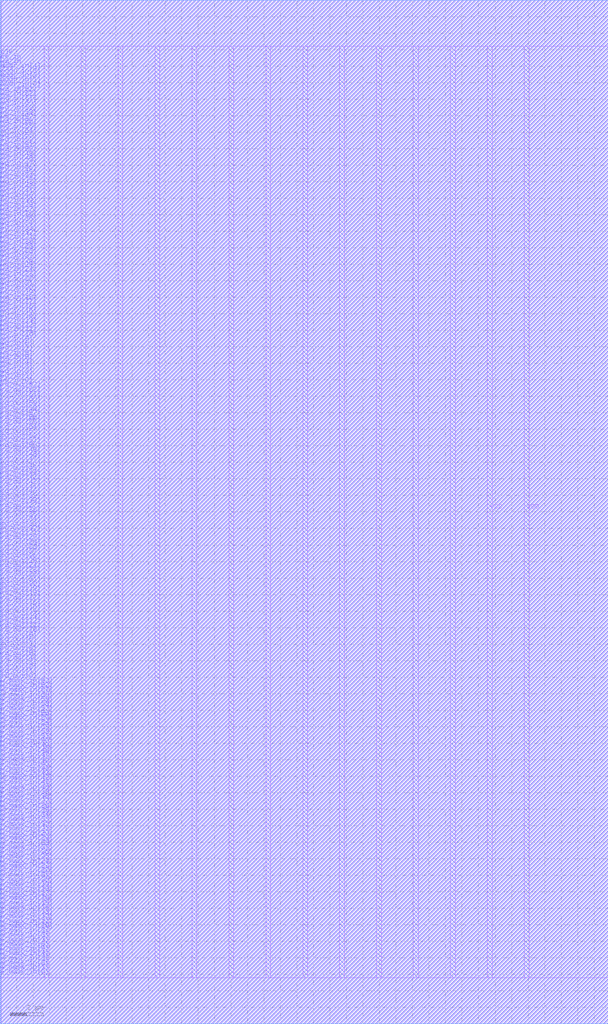
<source format=lef>
VERSION 5.7 ;
BUSBITCHARS "[]" ;
MACRO fakeram45_32x64_upper
  FOREIGN fakeram45_32x64_upper 0 0 ;
  SYMMETRY X Y R90 ;
  SIZE 36.860 BY 62.000 ;
  CLASS BLOCK ;
  PIN w_mask_in[0]
    DIRECTION INPUT ;
    USE SIGNAL ;
    SHAPE ABUTMENT ;
    PORT
      LAYER M18 ;
      RECT 0.000 2.800 0.070 2.870 ;
    END
  END w_mask_in[0]
  PIN w_mask_in[1]
    DIRECTION INPUT ;
    USE SIGNAL ;
    SHAPE ABUTMENT ;
    PORT
      LAYER M18 ;
      RECT 0.000 3.080 0.070 3.150 ;
    END
  END w_mask_in[1]
  PIN w_mask_in[2]
    DIRECTION INPUT ;
    USE SIGNAL ;
    SHAPE ABUTMENT ;
    PORT
      LAYER M18 ;
      RECT 0.000 3.360 0.070 3.430 ;
    END
  END w_mask_in[2]
  PIN w_mask_in[3]
    DIRECTION INPUT ;
    USE SIGNAL ;
    SHAPE ABUTMENT ;
    PORT
      LAYER M18 ;
      RECT 0.000 3.640 0.070 3.710 ;
    END
  END w_mask_in[3]
  PIN w_mask_in[4]
    DIRECTION INPUT ;
    USE SIGNAL ;
    SHAPE ABUTMENT ;
    PORT
      LAYER M18 ;
      RECT 0.000 3.920 0.070 3.990 ;
    END
  END w_mask_in[4]
  PIN w_mask_in[5]
    DIRECTION INPUT ;
    USE SIGNAL ;
    SHAPE ABUTMENT ;
    PORT
      LAYER M18 ;
      RECT 0.000 4.200 0.070 4.270 ;
    END
  END w_mask_in[5]
  PIN w_mask_in[6]
    DIRECTION INPUT ;
    USE SIGNAL ;
    SHAPE ABUTMENT ;
    PORT
      LAYER M18 ;
      RECT 0.000 4.480 0.070 4.550 ;
    END
  END w_mask_in[6]
  PIN w_mask_in[7]
    DIRECTION INPUT ;
    USE SIGNAL ;
    SHAPE ABUTMENT ;
    PORT
      LAYER M18 ;
      RECT 0.000 4.760 0.070 4.830 ;
    END
  END w_mask_in[7]
  PIN w_mask_in[8]
    DIRECTION INPUT ;
    USE SIGNAL ;
    SHAPE ABUTMENT ;
    PORT
      LAYER M18 ;
      RECT 0.000 5.040 0.070 5.110 ;
    END
  END w_mask_in[8]
  PIN w_mask_in[9]
    DIRECTION INPUT ;
    USE SIGNAL ;
    SHAPE ABUTMENT ;
    PORT
      LAYER M18 ;
      RECT 0.000 5.320 0.070 5.390 ;
    END
  END w_mask_in[9]
  PIN w_mask_in[10]
    DIRECTION INPUT ;
    USE SIGNAL ;
    SHAPE ABUTMENT ;
    PORT
      LAYER M18 ;
      RECT 0.000 5.600 0.070 5.670 ;
    END
  END w_mask_in[10]
  PIN w_mask_in[11]
    DIRECTION INPUT ;
    USE SIGNAL ;
    SHAPE ABUTMENT ;
    PORT
      LAYER M18 ;
      RECT 0.000 5.880 0.070 5.950 ;
    END
  END w_mask_in[11]
  PIN w_mask_in[12]
    DIRECTION INPUT ;
    USE SIGNAL ;
    SHAPE ABUTMENT ;
    PORT
      LAYER M18 ;
      RECT 0.000 6.160 0.070 6.230 ;
    END
  END w_mask_in[12]
  PIN w_mask_in[13]
    DIRECTION INPUT ;
    USE SIGNAL ;
    SHAPE ABUTMENT ;
    PORT
      LAYER M18 ;
      RECT 0.000 6.440 0.070 6.510 ;
    END
  END w_mask_in[13]
  PIN w_mask_in[14]
    DIRECTION INPUT ;
    USE SIGNAL ;
    SHAPE ABUTMENT ;
    PORT
      LAYER M18 ;
      RECT 0.000 6.720 0.070 6.790 ;
    END
  END w_mask_in[14]
  PIN w_mask_in[15]
    DIRECTION INPUT ;
    USE SIGNAL ;
    SHAPE ABUTMENT ;
    PORT
      LAYER M18 ;
      RECT 0.000 7.000 0.070 7.070 ;
    END
  END w_mask_in[15]
  PIN w_mask_in[16]
    DIRECTION INPUT ;
    USE SIGNAL ;
    SHAPE ABUTMENT ;
    PORT
      LAYER M18 ;
      RECT 0.000 7.280 0.070 7.350 ;
    END
  END w_mask_in[16]
  PIN w_mask_in[17]
    DIRECTION INPUT ;
    USE SIGNAL ;
    SHAPE ABUTMENT ;
    PORT
      LAYER M18 ;
      RECT 0.000 7.560 0.070 7.630 ;
    END
  END w_mask_in[17]
  PIN w_mask_in[18]
    DIRECTION INPUT ;
    USE SIGNAL ;
    SHAPE ABUTMENT ;
    PORT
      LAYER M18 ;
      RECT 0.000 7.840 0.070 7.910 ;
    END
  END w_mask_in[18]
  PIN w_mask_in[19]
    DIRECTION INPUT ;
    USE SIGNAL ;
    SHAPE ABUTMENT ;
    PORT
      LAYER M18 ;
      RECT 0.000 8.120 0.070 8.190 ;
    END
  END w_mask_in[19]
  PIN w_mask_in[20]
    DIRECTION INPUT ;
    USE SIGNAL ;
    SHAPE ABUTMENT ;
    PORT
      LAYER M18 ;
      RECT 0.000 8.400 0.070 8.470 ;
    END
  END w_mask_in[20]
  PIN w_mask_in[21]
    DIRECTION INPUT ;
    USE SIGNAL ;
    SHAPE ABUTMENT ;
    PORT
      LAYER M18 ;
      RECT 0.000 8.680 0.070 8.750 ;
    END
  END w_mask_in[21]
  PIN w_mask_in[22]
    DIRECTION INPUT ;
    USE SIGNAL ;
    SHAPE ABUTMENT ;
    PORT
      LAYER M18 ;
      RECT 0.000 8.960 0.070 9.030 ;
    END
  END w_mask_in[22]
  PIN w_mask_in[23]
    DIRECTION INPUT ;
    USE SIGNAL ;
    SHAPE ABUTMENT ;
    PORT
      LAYER M18 ;
      RECT 0.000 9.240 0.070 9.310 ;
    END
  END w_mask_in[23]
  PIN w_mask_in[24]
    DIRECTION INPUT ;
    USE SIGNAL ;
    SHAPE ABUTMENT ;
    PORT
      LAYER M18 ;
      RECT 0.000 9.520 0.070 9.590 ;
    END
  END w_mask_in[24]
  PIN w_mask_in[25]
    DIRECTION INPUT ;
    USE SIGNAL ;
    SHAPE ABUTMENT ;
    PORT
      LAYER M18 ;
      RECT 0.000 9.800 0.070 9.870 ;
    END
  END w_mask_in[25]
  PIN w_mask_in[26]
    DIRECTION INPUT ;
    USE SIGNAL ;
    SHAPE ABUTMENT ;
    PORT
      LAYER M18 ;
      RECT 0.000 10.080 0.070 10.150 ;
    END
  END w_mask_in[26]
  PIN w_mask_in[27]
    DIRECTION INPUT ;
    USE SIGNAL ;
    SHAPE ABUTMENT ;
    PORT
      LAYER M18 ;
      RECT 0.000 10.360 0.070 10.430 ;
    END
  END w_mask_in[27]
  PIN w_mask_in[28]
    DIRECTION INPUT ;
    USE SIGNAL ;
    SHAPE ABUTMENT ;
    PORT
      LAYER M18 ;
      RECT 0.000 10.640 0.070 10.710 ;
    END
  END w_mask_in[28]
  PIN w_mask_in[29]
    DIRECTION INPUT ;
    USE SIGNAL ;
    SHAPE ABUTMENT ;
    PORT
      LAYER M18 ;
      RECT 0.000 10.920 0.070 10.990 ;
    END
  END w_mask_in[29]
  PIN w_mask_in[30]
    DIRECTION INPUT ;
    USE SIGNAL ;
    SHAPE ABUTMENT ;
    PORT
      LAYER M18 ;
      RECT 0.000 11.200 0.070 11.270 ;
    END
  END w_mask_in[30]
  PIN w_mask_in[31]
    DIRECTION INPUT ;
    USE SIGNAL ;
    SHAPE ABUTMENT ;
    PORT
      LAYER M18 ;
      RECT 0.000 11.480 0.070 11.550 ;
    END
  END w_mask_in[31]
  PIN w_mask_in[32]
    DIRECTION INPUT ;
    USE SIGNAL ;
    SHAPE ABUTMENT ;
    PORT
      LAYER M18 ;
      RECT 0.000 11.760 0.070 11.830 ;
    END
  END w_mask_in[32]
  PIN w_mask_in[33]
    DIRECTION INPUT ;
    USE SIGNAL ;
    SHAPE ABUTMENT ;
    PORT
      LAYER M18 ;
      RECT 0.000 12.040 0.070 12.110 ;
    END
  END w_mask_in[33]
  PIN w_mask_in[34]
    DIRECTION INPUT ;
    USE SIGNAL ;
    SHAPE ABUTMENT ;
    PORT
      LAYER M18 ;
      RECT 0.000 12.320 0.070 12.390 ;
    END
  END w_mask_in[34]
  PIN w_mask_in[35]
    DIRECTION INPUT ;
    USE SIGNAL ;
    SHAPE ABUTMENT ;
    PORT
      LAYER M18 ;
      RECT 0.000 12.600 0.070 12.670 ;
    END
  END w_mask_in[35]
  PIN w_mask_in[36]
    DIRECTION INPUT ;
    USE SIGNAL ;
    SHAPE ABUTMENT ;
    PORT
      LAYER M18 ;
      RECT 0.000 12.880 0.070 12.950 ;
    END
  END w_mask_in[36]
  PIN w_mask_in[37]
    DIRECTION INPUT ;
    USE SIGNAL ;
    SHAPE ABUTMENT ;
    PORT
      LAYER M18 ;
      RECT 0.000 13.160 0.070 13.230 ;
    END
  END w_mask_in[37]
  PIN w_mask_in[38]
    DIRECTION INPUT ;
    USE SIGNAL ;
    SHAPE ABUTMENT ;
    PORT
      LAYER M18 ;
      RECT 0.000 13.440 0.070 13.510 ;
    END
  END w_mask_in[38]
  PIN w_mask_in[39]
    DIRECTION INPUT ;
    USE SIGNAL ;
    SHAPE ABUTMENT ;
    PORT
      LAYER M18 ;
      RECT 0.000 13.720 0.070 13.790 ;
    END
  END w_mask_in[39]
  PIN w_mask_in[40]
    DIRECTION INPUT ;
    USE SIGNAL ;
    SHAPE ABUTMENT ;
    PORT
      LAYER M18 ;
      RECT 0.000 14.000 0.070 14.070 ;
    END
  END w_mask_in[40]
  PIN w_mask_in[41]
    DIRECTION INPUT ;
    USE SIGNAL ;
    SHAPE ABUTMENT ;
    PORT
      LAYER M18 ;
      RECT 0.000 14.280 0.070 14.350 ;
    END
  END w_mask_in[41]
  PIN w_mask_in[42]
    DIRECTION INPUT ;
    USE SIGNAL ;
    SHAPE ABUTMENT ;
    PORT
      LAYER M18 ;
      RECT 0.000 14.560 0.070 14.630 ;
    END
  END w_mask_in[42]
  PIN w_mask_in[43]
    DIRECTION INPUT ;
    USE SIGNAL ;
    SHAPE ABUTMENT ;
    PORT
      LAYER M18 ;
      RECT 0.000 14.840 0.070 14.910 ;
    END
  END w_mask_in[43]
  PIN w_mask_in[44]
    DIRECTION INPUT ;
    USE SIGNAL ;
    SHAPE ABUTMENT ;
    PORT
      LAYER M18 ;
      RECT 0.000 15.120 0.070 15.190 ;
    END
  END w_mask_in[44]
  PIN w_mask_in[45]
    DIRECTION INPUT ;
    USE SIGNAL ;
    SHAPE ABUTMENT ;
    PORT
      LAYER M18 ;
      RECT 0.000 15.400 0.070 15.470 ;
    END
  END w_mask_in[45]
  PIN w_mask_in[46]
    DIRECTION INPUT ;
    USE SIGNAL ;
    SHAPE ABUTMENT ;
    PORT
      LAYER M18 ;
      RECT 0.000 15.680 0.070 15.750 ;
    END
  END w_mask_in[46]
  PIN w_mask_in[47]
    DIRECTION INPUT ;
    USE SIGNAL ;
    SHAPE ABUTMENT ;
    PORT
      LAYER M18 ;
      RECT 0.000 15.960 0.070 16.030 ;
    END
  END w_mask_in[47]
  PIN w_mask_in[48]
    DIRECTION INPUT ;
    USE SIGNAL ;
    SHAPE ABUTMENT ;
    PORT
      LAYER M18 ;
      RECT 0.000 16.240 0.070 16.310 ;
    END
  END w_mask_in[48]
  PIN w_mask_in[49]
    DIRECTION INPUT ;
    USE SIGNAL ;
    SHAPE ABUTMENT ;
    PORT
      LAYER M18 ;
      RECT 0.000 16.520 0.070 16.590 ;
    END
  END w_mask_in[49]
  PIN w_mask_in[50]
    DIRECTION INPUT ;
    USE SIGNAL ;
    SHAPE ABUTMENT ;
    PORT
      LAYER M18 ;
      RECT 0.000 16.800 0.070 16.870 ;
    END
  END w_mask_in[50]
  PIN w_mask_in[51]
    DIRECTION INPUT ;
    USE SIGNAL ;
    SHAPE ABUTMENT ;
    PORT
      LAYER M18 ;
      RECT 0.000 17.080 0.070 17.150 ;
    END
  END w_mask_in[51]
  PIN w_mask_in[52]
    DIRECTION INPUT ;
    USE SIGNAL ;
    SHAPE ABUTMENT ;
    PORT
      LAYER M18 ;
      RECT 0.000 17.360 0.070 17.430 ;
    END
  END w_mask_in[52]
  PIN w_mask_in[53]
    DIRECTION INPUT ;
    USE SIGNAL ;
    SHAPE ABUTMENT ;
    PORT
      LAYER M18 ;
      RECT 0.000 17.640 0.070 17.710 ;
    END
  END w_mask_in[53]
  PIN w_mask_in[54]
    DIRECTION INPUT ;
    USE SIGNAL ;
    SHAPE ABUTMENT ;
    PORT
      LAYER M18 ;
      RECT 0.000 17.920 0.070 17.990 ;
    END
  END w_mask_in[54]
  PIN w_mask_in[55]
    DIRECTION INPUT ;
    USE SIGNAL ;
    SHAPE ABUTMENT ;
    PORT
      LAYER M18 ;
      RECT 0.000 18.200 0.070 18.270 ;
    END
  END w_mask_in[55]
  PIN w_mask_in[56]
    DIRECTION INPUT ;
    USE SIGNAL ;
    SHAPE ABUTMENT ;
    PORT
      LAYER M18 ;
      RECT 0.000 18.480 0.070 18.550 ;
    END
  END w_mask_in[56]
  PIN w_mask_in[57]
    DIRECTION INPUT ;
    USE SIGNAL ;
    SHAPE ABUTMENT ;
    PORT
      LAYER M18 ;
      RECT 0.000 18.760 0.070 18.830 ;
    END
  END w_mask_in[57]
  PIN w_mask_in[58]
    DIRECTION INPUT ;
    USE SIGNAL ;
    SHAPE ABUTMENT ;
    PORT
      LAYER M18 ;
      RECT 0.000 19.040 0.070 19.110 ;
    END
  END w_mask_in[58]
  PIN w_mask_in[59]
    DIRECTION INPUT ;
    USE SIGNAL ;
    SHAPE ABUTMENT ;
    PORT
      LAYER M18 ;
      RECT 0.000 19.320 0.070 19.390 ;
    END
  END w_mask_in[59]
  PIN w_mask_in[60]
    DIRECTION INPUT ;
    USE SIGNAL ;
    SHAPE ABUTMENT ;
    PORT
      LAYER M18 ;
      RECT 0.000 19.600 0.070 19.670 ;
    END
  END w_mask_in[60]
  PIN w_mask_in[61]
    DIRECTION INPUT ;
    USE SIGNAL ;
    SHAPE ABUTMENT ;
    PORT
      LAYER M18 ;
      RECT 0.000 19.880 0.070 19.950 ;
    END
  END w_mask_in[61]
  PIN w_mask_in[62]
    DIRECTION INPUT ;
    USE SIGNAL ;
    SHAPE ABUTMENT ;
    PORT
      LAYER M18 ;
      RECT 0.000 20.160 0.070 20.230 ;
    END
  END w_mask_in[62]
  PIN w_mask_in[63]
    DIRECTION INPUT ;
    USE SIGNAL ;
    SHAPE ABUTMENT ;
    PORT
      LAYER M18 ;
      RECT 0.000 20.440 0.070 20.510 ;
    END
  END w_mask_in[63]
  PIN rd_out[0]
    DIRECTION OUTPUT ;
    USE SIGNAL ;
    SHAPE ABUTMENT ;
    PORT
      LAYER M18 ;
      RECT 0.000 20.720 0.070 20.790 ;
    END
  END rd_out[0]
  PIN rd_out[1]
    DIRECTION OUTPUT ;
    USE SIGNAL ;
    SHAPE ABUTMENT ;
    PORT
      LAYER M18 ;
      RECT 0.000 21.000 0.070 21.070 ;
    END
  END rd_out[1]
  PIN rd_out[2]
    DIRECTION OUTPUT ;
    USE SIGNAL ;
    SHAPE ABUTMENT ;
    PORT
      LAYER M18 ;
      RECT 0.000 21.280 0.070 21.350 ;
    END
  END rd_out[2]
  PIN rd_out[3]
    DIRECTION OUTPUT ;
    USE SIGNAL ;
    SHAPE ABUTMENT ;
    PORT
      LAYER M18 ;
      RECT 0.000 21.560 0.070 21.630 ;
    END
  END rd_out[3]
  PIN rd_out[4]
    DIRECTION OUTPUT ;
    USE SIGNAL ;
    SHAPE ABUTMENT ;
    PORT
      LAYER M18 ;
      RECT 0.000 21.840 0.070 21.910 ;
    END
  END rd_out[4]
  PIN rd_out[5]
    DIRECTION OUTPUT ;
    USE SIGNAL ;
    SHAPE ABUTMENT ;
    PORT
      LAYER M18 ;
      RECT 0.000 22.120 0.070 22.190 ;
    END
  END rd_out[5]
  PIN rd_out[6]
    DIRECTION OUTPUT ;
    USE SIGNAL ;
    SHAPE ABUTMENT ;
    PORT
      LAYER M18 ;
      RECT 0.000 22.400 0.070 22.470 ;
    END
  END rd_out[6]
  PIN rd_out[7]
    DIRECTION OUTPUT ;
    USE SIGNAL ;
    SHAPE ABUTMENT ;
    PORT
      LAYER M18 ;
      RECT 0.000 22.680 0.070 22.750 ;
    END
  END rd_out[7]
  PIN rd_out[8]
    DIRECTION OUTPUT ;
    USE SIGNAL ;
    SHAPE ABUTMENT ;
    PORT
      LAYER M18 ;
      RECT 0.000 22.960 0.070 23.030 ;
    END
  END rd_out[8]
  PIN rd_out[9]
    DIRECTION OUTPUT ;
    USE SIGNAL ;
    SHAPE ABUTMENT ;
    PORT
      LAYER M18 ;
      RECT 0.000 23.240 0.070 23.310 ;
    END
  END rd_out[9]
  PIN rd_out[10]
    DIRECTION OUTPUT ;
    USE SIGNAL ;
    SHAPE ABUTMENT ;
    PORT
      LAYER M18 ;
      RECT 0.000 23.520 0.070 23.590 ;
    END
  END rd_out[10]
  PIN rd_out[11]
    DIRECTION OUTPUT ;
    USE SIGNAL ;
    SHAPE ABUTMENT ;
    PORT
      LAYER M18 ;
      RECT 0.000 23.800 0.070 23.870 ;
    END
  END rd_out[11]
  PIN rd_out[12]
    DIRECTION OUTPUT ;
    USE SIGNAL ;
    SHAPE ABUTMENT ;
    PORT
      LAYER M18 ;
      RECT 0.000 24.080 0.070 24.150 ;
    END
  END rd_out[12]
  PIN rd_out[13]
    DIRECTION OUTPUT ;
    USE SIGNAL ;
    SHAPE ABUTMENT ;
    PORT
      LAYER M18 ;
      RECT 0.000 24.360 0.070 24.430 ;
    END
  END rd_out[13]
  PIN rd_out[14]
    DIRECTION OUTPUT ;
    USE SIGNAL ;
    SHAPE ABUTMENT ;
    PORT
      LAYER M18 ;
      RECT 0.000 24.640 0.070 24.710 ;
    END
  END rd_out[14]
  PIN rd_out[15]
    DIRECTION OUTPUT ;
    USE SIGNAL ;
    SHAPE ABUTMENT ;
    PORT
      LAYER M18 ;
      RECT 0.000 24.920 0.070 24.990 ;
    END
  END rd_out[15]
  PIN rd_out[16]
    DIRECTION OUTPUT ;
    USE SIGNAL ;
    SHAPE ABUTMENT ;
    PORT
      LAYER M18 ;
      RECT 0.000 25.200 0.070 25.270 ;
    END
  END rd_out[16]
  PIN rd_out[17]
    DIRECTION OUTPUT ;
    USE SIGNAL ;
    SHAPE ABUTMENT ;
    PORT
      LAYER M18 ;
      RECT 0.000 25.480 0.070 25.550 ;
    END
  END rd_out[17]
  PIN rd_out[18]
    DIRECTION OUTPUT ;
    USE SIGNAL ;
    SHAPE ABUTMENT ;
    PORT
      LAYER M18 ;
      RECT 0.000 25.760 0.070 25.830 ;
    END
  END rd_out[18]
  PIN rd_out[19]
    DIRECTION OUTPUT ;
    USE SIGNAL ;
    SHAPE ABUTMENT ;
    PORT
      LAYER M18 ;
      RECT 0.000 26.040 0.070 26.110 ;
    END
  END rd_out[19]
  PIN rd_out[20]
    DIRECTION OUTPUT ;
    USE SIGNAL ;
    SHAPE ABUTMENT ;
    PORT
      LAYER M18 ;
      RECT 0.000 26.320 0.070 26.390 ;
    END
  END rd_out[20]
  PIN rd_out[21]
    DIRECTION OUTPUT ;
    USE SIGNAL ;
    SHAPE ABUTMENT ;
    PORT
      LAYER M18 ;
      RECT 0.000 26.600 0.070 26.670 ;
    END
  END rd_out[21]
  PIN rd_out[22]
    DIRECTION OUTPUT ;
    USE SIGNAL ;
    SHAPE ABUTMENT ;
    PORT
      LAYER M18 ;
      RECT 0.000 26.880 0.070 26.950 ;
    END
  END rd_out[22]
  PIN rd_out[23]
    DIRECTION OUTPUT ;
    USE SIGNAL ;
    SHAPE ABUTMENT ;
    PORT
      LAYER M18 ;
      RECT 0.000 27.160 0.070 27.230 ;
    END
  END rd_out[23]
  PIN rd_out[24]
    DIRECTION OUTPUT ;
    USE SIGNAL ;
    SHAPE ABUTMENT ;
    PORT
      LAYER M18 ;
      RECT 0.000 27.440 0.070 27.510 ;
    END
  END rd_out[24]
  PIN rd_out[25]
    DIRECTION OUTPUT ;
    USE SIGNAL ;
    SHAPE ABUTMENT ;
    PORT
      LAYER M18 ;
      RECT 0.000 27.720 0.070 27.790 ;
    END
  END rd_out[25]
  PIN rd_out[26]
    DIRECTION OUTPUT ;
    USE SIGNAL ;
    SHAPE ABUTMENT ;
    PORT
      LAYER M18 ;
      RECT 0.000 28.000 0.070 28.070 ;
    END
  END rd_out[26]
  PIN rd_out[27]
    DIRECTION OUTPUT ;
    USE SIGNAL ;
    SHAPE ABUTMENT ;
    PORT
      LAYER M18 ;
      RECT 0.000 28.280 0.070 28.350 ;
    END
  END rd_out[27]
  PIN rd_out[28]
    DIRECTION OUTPUT ;
    USE SIGNAL ;
    SHAPE ABUTMENT ;
    PORT
      LAYER M18 ;
      RECT 0.000 28.560 0.070 28.630 ;
    END
  END rd_out[28]
  PIN rd_out[29]
    DIRECTION OUTPUT ;
    USE SIGNAL ;
    SHAPE ABUTMENT ;
    PORT
      LAYER M18 ;
      RECT 0.000 28.840 0.070 28.910 ;
    END
  END rd_out[29]
  PIN rd_out[30]
    DIRECTION OUTPUT ;
    USE SIGNAL ;
    SHAPE ABUTMENT ;
    PORT
      LAYER M18 ;
      RECT 0.000 29.120 0.070 29.190 ;
    END
  END rd_out[30]
  PIN rd_out[31]
    DIRECTION OUTPUT ;
    USE SIGNAL ;
    SHAPE ABUTMENT ;
    PORT
      LAYER M18 ;
      RECT 0.000 29.400 0.070 29.470 ;
    END
  END rd_out[31]
  PIN rd_out[32]
    DIRECTION OUTPUT ;
    USE SIGNAL ;
    SHAPE ABUTMENT ;
    PORT
      LAYER M18 ;
      RECT 0.000 29.680 0.070 29.750 ;
    END
  END rd_out[32]
  PIN rd_out[33]
    DIRECTION OUTPUT ;
    USE SIGNAL ;
    SHAPE ABUTMENT ;
    PORT
      LAYER M18 ;
      RECT 0.000 29.960 0.070 30.030 ;
    END
  END rd_out[33]
  PIN rd_out[34]
    DIRECTION OUTPUT ;
    USE SIGNAL ;
    SHAPE ABUTMENT ;
    PORT
      LAYER M18 ;
      RECT 0.000 30.240 0.070 30.310 ;
    END
  END rd_out[34]
  PIN rd_out[35]
    DIRECTION OUTPUT ;
    USE SIGNAL ;
    SHAPE ABUTMENT ;
    PORT
      LAYER M18 ;
      RECT 0.000 30.520 0.070 30.590 ;
    END
  END rd_out[35]
  PIN rd_out[36]
    DIRECTION OUTPUT ;
    USE SIGNAL ;
    SHAPE ABUTMENT ;
    PORT
      LAYER M18 ;
      RECT 0.000 30.800 0.070 30.870 ;
    END
  END rd_out[36]
  PIN rd_out[37]
    DIRECTION OUTPUT ;
    USE SIGNAL ;
    SHAPE ABUTMENT ;
    PORT
      LAYER M18 ;
      RECT 0.000 31.080 0.070 31.150 ;
    END
  END rd_out[37]
  PIN rd_out[38]
    DIRECTION OUTPUT ;
    USE SIGNAL ;
    SHAPE ABUTMENT ;
    PORT
      LAYER M18 ;
      RECT 0.000 31.360 0.070 31.430 ;
    END
  END rd_out[38]
  PIN rd_out[39]
    DIRECTION OUTPUT ;
    USE SIGNAL ;
    SHAPE ABUTMENT ;
    PORT
      LAYER M18 ;
      RECT 0.000 31.640 0.070 31.710 ;
    END
  END rd_out[39]
  PIN rd_out[40]
    DIRECTION OUTPUT ;
    USE SIGNAL ;
    SHAPE ABUTMENT ;
    PORT
      LAYER M18 ;
      RECT 0.000 31.920 0.070 31.990 ;
    END
  END rd_out[40]
  PIN rd_out[41]
    DIRECTION OUTPUT ;
    USE SIGNAL ;
    SHAPE ABUTMENT ;
    PORT
      LAYER M18 ;
      RECT 0.000 32.200 0.070 32.270 ;
    END
  END rd_out[41]
  PIN rd_out[42]
    DIRECTION OUTPUT ;
    USE SIGNAL ;
    SHAPE ABUTMENT ;
    PORT
      LAYER M18 ;
      RECT 0.000 32.480 0.070 32.550 ;
    END
  END rd_out[42]
  PIN rd_out[43]
    DIRECTION OUTPUT ;
    USE SIGNAL ;
    SHAPE ABUTMENT ;
    PORT
      LAYER M18 ;
      RECT 0.000 32.760 0.070 32.830 ;
    END
  END rd_out[43]
  PIN rd_out[44]
    DIRECTION OUTPUT ;
    USE SIGNAL ;
    SHAPE ABUTMENT ;
    PORT
      LAYER M18 ;
      RECT 0.000 33.040 0.070 33.110 ;
    END
  END rd_out[44]
  PIN rd_out[45]
    DIRECTION OUTPUT ;
    USE SIGNAL ;
    SHAPE ABUTMENT ;
    PORT
      LAYER M18 ;
      RECT 0.000 33.320 0.070 33.390 ;
    END
  END rd_out[45]
  PIN rd_out[46]
    DIRECTION OUTPUT ;
    USE SIGNAL ;
    SHAPE ABUTMENT ;
    PORT
      LAYER M18 ;
      RECT 0.000 33.600 0.070 33.670 ;
    END
  END rd_out[46]
  PIN rd_out[47]
    DIRECTION OUTPUT ;
    USE SIGNAL ;
    SHAPE ABUTMENT ;
    PORT
      LAYER M18 ;
      RECT 0.000 33.880 0.070 33.950 ;
    END
  END rd_out[47]
  PIN rd_out[48]
    DIRECTION OUTPUT ;
    USE SIGNAL ;
    SHAPE ABUTMENT ;
    PORT
      LAYER M18 ;
      RECT 0.000 34.160 0.070 34.230 ;
    END
  END rd_out[48]
  PIN rd_out[49]
    DIRECTION OUTPUT ;
    USE SIGNAL ;
    SHAPE ABUTMENT ;
    PORT
      LAYER M18 ;
      RECT 0.000 34.440 0.070 34.510 ;
    END
  END rd_out[49]
  PIN rd_out[50]
    DIRECTION OUTPUT ;
    USE SIGNAL ;
    SHAPE ABUTMENT ;
    PORT
      LAYER M18 ;
      RECT 0.000 34.720 0.070 34.790 ;
    END
  END rd_out[50]
  PIN rd_out[51]
    DIRECTION OUTPUT ;
    USE SIGNAL ;
    SHAPE ABUTMENT ;
    PORT
      LAYER M18 ;
      RECT 0.000 35.000 0.070 35.070 ;
    END
  END rd_out[51]
  PIN rd_out[52]
    DIRECTION OUTPUT ;
    USE SIGNAL ;
    SHAPE ABUTMENT ;
    PORT
      LAYER M18 ;
      RECT 0.000 35.280 0.070 35.350 ;
    END
  END rd_out[52]
  PIN rd_out[53]
    DIRECTION OUTPUT ;
    USE SIGNAL ;
    SHAPE ABUTMENT ;
    PORT
      LAYER M18 ;
      RECT 0.000 35.560 0.070 35.630 ;
    END
  END rd_out[53]
  PIN rd_out[54]
    DIRECTION OUTPUT ;
    USE SIGNAL ;
    SHAPE ABUTMENT ;
    PORT
      LAYER M18 ;
      RECT 0.000 35.840 0.070 35.910 ;
    END
  END rd_out[54]
  PIN rd_out[55]
    DIRECTION OUTPUT ;
    USE SIGNAL ;
    SHAPE ABUTMENT ;
    PORT
      LAYER M18 ;
      RECT 0.000 36.120 0.070 36.190 ;
    END
  END rd_out[55]
  PIN rd_out[56]
    DIRECTION OUTPUT ;
    USE SIGNAL ;
    SHAPE ABUTMENT ;
    PORT
      LAYER M18 ;
      RECT 0.000 36.400 0.070 36.470 ;
    END
  END rd_out[56]
  PIN rd_out[57]
    DIRECTION OUTPUT ;
    USE SIGNAL ;
    SHAPE ABUTMENT ;
    PORT
      LAYER M18 ;
      RECT 0.000 36.680 0.070 36.750 ;
    END
  END rd_out[57]
  PIN rd_out[58]
    DIRECTION OUTPUT ;
    USE SIGNAL ;
    SHAPE ABUTMENT ;
    PORT
      LAYER M18 ;
      RECT 0.000 36.960 0.070 37.030 ;
    END
  END rd_out[58]
  PIN rd_out[59]
    DIRECTION OUTPUT ;
    USE SIGNAL ;
    SHAPE ABUTMENT ;
    PORT
      LAYER M18 ;
      RECT 0.000 37.240 0.070 37.310 ;
    END
  END rd_out[59]
  PIN rd_out[60]
    DIRECTION OUTPUT ;
    USE SIGNAL ;
    SHAPE ABUTMENT ;
    PORT
      LAYER M18 ;
      RECT 0.000 37.520 0.070 37.590 ;
    END
  END rd_out[60]
  PIN rd_out[61]
    DIRECTION OUTPUT ;
    USE SIGNAL ;
    SHAPE ABUTMENT ;
    PORT
      LAYER M18 ;
      RECT 0.000 37.800 0.070 37.870 ;
    END
  END rd_out[61]
  PIN rd_out[62]
    DIRECTION OUTPUT ;
    USE SIGNAL ;
    SHAPE ABUTMENT ;
    PORT
      LAYER M18 ;
      RECT 0.000 38.080 0.070 38.150 ;
    END
  END rd_out[62]
  PIN rd_out[63]
    DIRECTION OUTPUT ;
    USE SIGNAL ;
    SHAPE ABUTMENT ;
    PORT
      LAYER M18 ;
      RECT 0.000 38.360 0.070 38.430 ;
    END
  END rd_out[63]
  PIN wd_in[0]
    DIRECTION INPUT ;
    USE SIGNAL ;
    SHAPE ABUTMENT ;
    PORT
      LAYER M18 ;
      RECT 0.000 38.640 0.070 38.710 ;
    END
  END wd_in[0]
  PIN wd_in[1]
    DIRECTION INPUT ;
    USE SIGNAL ;
    SHAPE ABUTMENT ;
    PORT
      LAYER M18 ;
      RECT 0.000 38.920 0.070 38.990 ;
    END
  END wd_in[1]
  PIN wd_in[2]
    DIRECTION INPUT ;
    USE SIGNAL ;
    SHAPE ABUTMENT ;
    PORT
      LAYER M18 ;
      RECT 0.000 39.200 0.070 39.270 ;
    END
  END wd_in[2]
  PIN wd_in[3]
    DIRECTION INPUT ;
    USE SIGNAL ;
    SHAPE ABUTMENT ;
    PORT
      LAYER M18 ;
      RECT 0.000 39.480 0.070 39.550 ;
    END
  END wd_in[3]
  PIN wd_in[4]
    DIRECTION INPUT ;
    USE SIGNAL ;
    SHAPE ABUTMENT ;
    PORT
      LAYER M18 ;
      RECT 0.000 39.760 0.070 39.830 ;
    END
  END wd_in[4]
  PIN wd_in[5]
    DIRECTION INPUT ;
    USE SIGNAL ;
    SHAPE ABUTMENT ;
    PORT
      LAYER M18 ;
      RECT 0.000 40.040 0.070 40.110 ;
    END
  END wd_in[5]
  PIN wd_in[6]
    DIRECTION INPUT ;
    USE SIGNAL ;
    SHAPE ABUTMENT ;
    PORT
      LAYER M18 ;
      RECT 0.000 40.320 0.070 40.390 ;
    END
  END wd_in[6]
  PIN wd_in[7]
    DIRECTION INPUT ;
    USE SIGNAL ;
    SHAPE ABUTMENT ;
    PORT
      LAYER M18 ;
      RECT 0.000 40.600 0.070 40.670 ;
    END
  END wd_in[7]
  PIN wd_in[8]
    DIRECTION INPUT ;
    USE SIGNAL ;
    SHAPE ABUTMENT ;
    PORT
      LAYER M18 ;
      RECT 0.000 40.880 0.070 40.950 ;
    END
  END wd_in[8]
  PIN wd_in[9]
    DIRECTION INPUT ;
    USE SIGNAL ;
    SHAPE ABUTMENT ;
    PORT
      LAYER M18 ;
      RECT 0.000 41.160 0.070 41.230 ;
    END
  END wd_in[9]
  PIN wd_in[10]
    DIRECTION INPUT ;
    USE SIGNAL ;
    SHAPE ABUTMENT ;
    PORT
      LAYER M18 ;
      RECT 0.000 41.440 0.070 41.510 ;
    END
  END wd_in[10]
  PIN wd_in[11]
    DIRECTION INPUT ;
    USE SIGNAL ;
    SHAPE ABUTMENT ;
    PORT
      LAYER M18 ;
      RECT 0.000 41.720 0.070 41.790 ;
    END
  END wd_in[11]
  PIN wd_in[12]
    DIRECTION INPUT ;
    USE SIGNAL ;
    SHAPE ABUTMENT ;
    PORT
      LAYER M18 ;
      RECT 0.000 42.000 0.070 42.070 ;
    END
  END wd_in[12]
  PIN wd_in[13]
    DIRECTION INPUT ;
    USE SIGNAL ;
    SHAPE ABUTMENT ;
    PORT
      LAYER M18 ;
      RECT 0.000 42.280 0.070 42.350 ;
    END
  END wd_in[13]
  PIN wd_in[14]
    DIRECTION INPUT ;
    USE SIGNAL ;
    SHAPE ABUTMENT ;
    PORT
      LAYER M18 ;
      RECT 0.000 42.560 0.070 42.630 ;
    END
  END wd_in[14]
  PIN wd_in[15]
    DIRECTION INPUT ;
    USE SIGNAL ;
    SHAPE ABUTMENT ;
    PORT
      LAYER M18 ;
      RECT 0.000 42.840 0.070 42.910 ;
    END
  END wd_in[15]
  PIN wd_in[16]
    DIRECTION INPUT ;
    USE SIGNAL ;
    SHAPE ABUTMENT ;
    PORT
      LAYER M18 ;
      RECT 0.000 43.120 0.070 43.190 ;
    END
  END wd_in[16]
  PIN wd_in[17]
    DIRECTION INPUT ;
    USE SIGNAL ;
    SHAPE ABUTMENT ;
    PORT
      LAYER M18 ;
      RECT 0.000 43.400 0.070 43.470 ;
    END
  END wd_in[17]
  PIN wd_in[18]
    DIRECTION INPUT ;
    USE SIGNAL ;
    SHAPE ABUTMENT ;
    PORT
      LAYER M18 ;
      RECT 0.000 43.680 0.070 43.750 ;
    END
  END wd_in[18]
  PIN wd_in[19]
    DIRECTION INPUT ;
    USE SIGNAL ;
    SHAPE ABUTMENT ;
    PORT
      LAYER M18 ;
      RECT 0.000 43.960 0.070 44.030 ;
    END
  END wd_in[19]
  PIN wd_in[20]
    DIRECTION INPUT ;
    USE SIGNAL ;
    SHAPE ABUTMENT ;
    PORT
      LAYER M18 ;
      RECT 0.000 44.240 0.070 44.310 ;
    END
  END wd_in[20]
  PIN wd_in[21]
    DIRECTION INPUT ;
    USE SIGNAL ;
    SHAPE ABUTMENT ;
    PORT
      LAYER M18 ;
      RECT 0.000 44.520 0.070 44.590 ;
    END
  END wd_in[21]
  PIN wd_in[22]
    DIRECTION INPUT ;
    USE SIGNAL ;
    SHAPE ABUTMENT ;
    PORT
      LAYER M18 ;
      RECT 0.000 44.800 0.070 44.870 ;
    END
  END wd_in[22]
  PIN wd_in[23]
    DIRECTION INPUT ;
    USE SIGNAL ;
    SHAPE ABUTMENT ;
    PORT
      LAYER M18 ;
      RECT 0.000 45.080 0.070 45.150 ;
    END
  END wd_in[23]
  PIN wd_in[24]
    DIRECTION INPUT ;
    USE SIGNAL ;
    SHAPE ABUTMENT ;
    PORT
      LAYER M18 ;
      RECT 0.000 45.360 0.070 45.430 ;
    END
  END wd_in[24]
  PIN wd_in[25]
    DIRECTION INPUT ;
    USE SIGNAL ;
    SHAPE ABUTMENT ;
    PORT
      LAYER M18 ;
      RECT 0.000 45.640 0.070 45.710 ;
    END
  END wd_in[25]
  PIN wd_in[26]
    DIRECTION INPUT ;
    USE SIGNAL ;
    SHAPE ABUTMENT ;
    PORT
      LAYER M18 ;
      RECT 0.000 45.920 0.070 45.990 ;
    END
  END wd_in[26]
  PIN wd_in[27]
    DIRECTION INPUT ;
    USE SIGNAL ;
    SHAPE ABUTMENT ;
    PORT
      LAYER M18 ;
      RECT 0.000 46.200 0.070 46.270 ;
    END
  END wd_in[27]
  PIN wd_in[28]
    DIRECTION INPUT ;
    USE SIGNAL ;
    SHAPE ABUTMENT ;
    PORT
      LAYER M18 ;
      RECT 0.000 46.480 0.070 46.550 ;
    END
  END wd_in[28]
  PIN wd_in[29]
    DIRECTION INPUT ;
    USE SIGNAL ;
    SHAPE ABUTMENT ;
    PORT
      LAYER M18 ;
      RECT 0.000 46.760 0.070 46.830 ;
    END
  END wd_in[29]
  PIN wd_in[30]
    DIRECTION INPUT ;
    USE SIGNAL ;
    SHAPE ABUTMENT ;
    PORT
      LAYER M18 ;
      RECT 0.000 47.040 0.070 47.110 ;
    END
  END wd_in[30]
  PIN wd_in[31]
    DIRECTION INPUT ;
    USE SIGNAL ;
    SHAPE ABUTMENT ;
    PORT
      LAYER M18 ;
      RECT 0.000 47.320 0.070 47.390 ;
    END
  END wd_in[31]
  PIN wd_in[32]
    DIRECTION INPUT ;
    USE SIGNAL ;
    SHAPE ABUTMENT ;
    PORT
      LAYER M18 ;
      RECT 0.000 47.600 0.070 47.670 ;
    END
  END wd_in[32]
  PIN wd_in[33]
    DIRECTION INPUT ;
    USE SIGNAL ;
    SHAPE ABUTMENT ;
    PORT
      LAYER M18 ;
      RECT 0.000 47.880 0.070 47.950 ;
    END
  END wd_in[33]
  PIN wd_in[34]
    DIRECTION INPUT ;
    USE SIGNAL ;
    SHAPE ABUTMENT ;
    PORT
      LAYER M18 ;
      RECT 0.000 48.160 0.070 48.230 ;
    END
  END wd_in[34]
  PIN wd_in[35]
    DIRECTION INPUT ;
    USE SIGNAL ;
    SHAPE ABUTMENT ;
    PORT
      LAYER M18 ;
      RECT 0.000 48.440 0.070 48.510 ;
    END
  END wd_in[35]
  PIN wd_in[36]
    DIRECTION INPUT ;
    USE SIGNAL ;
    SHAPE ABUTMENT ;
    PORT
      LAYER M18 ;
      RECT 0.000 48.720 0.070 48.790 ;
    END
  END wd_in[36]
  PIN wd_in[37]
    DIRECTION INPUT ;
    USE SIGNAL ;
    SHAPE ABUTMENT ;
    PORT
      LAYER M18 ;
      RECT 0.000 49.000 0.070 49.070 ;
    END
  END wd_in[37]
  PIN wd_in[38]
    DIRECTION INPUT ;
    USE SIGNAL ;
    SHAPE ABUTMENT ;
    PORT
      LAYER M18 ;
      RECT 0.000 49.280 0.070 49.350 ;
    END
  END wd_in[38]
  PIN wd_in[39]
    DIRECTION INPUT ;
    USE SIGNAL ;
    SHAPE ABUTMENT ;
    PORT
      LAYER M18 ;
      RECT 0.000 49.560 0.070 49.630 ;
    END
  END wd_in[39]
  PIN wd_in[40]
    DIRECTION INPUT ;
    USE SIGNAL ;
    SHAPE ABUTMENT ;
    PORT
      LAYER M18 ;
      RECT 0.000 49.840 0.070 49.910 ;
    END
  END wd_in[40]
  PIN wd_in[41]
    DIRECTION INPUT ;
    USE SIGNAL ;
    SHAPE ABUTMENT ;
    PORT
      LAYER M18 ;
      RECT 0.000 50.120 0.070 50.190 ;
    END
  END wd_in[41]
  PIN wd_in[42]
    DIRECTION INPUT ;
    USE SIGNAL ;
    SHAPE ABUTMENT ;
    PORT
      LAYER M18 ;
      RECT 0.000 50.400 0.070 50.470 ;
    END
  END wd_in[42]
  PIN wd_in[43]
    DIRECTION INPUT ;
    USE SIGNAL ;
    SHAPE ABUTMENT ;
    PORT
      LAYER M18 ;
      RECT 0.000 50.680 0.070 50.750 ;
    END
  END wd_in[43]
  PIN wd_in[44]
    DIRECTION INPUT ;
    USE SIGNAL ;
    SHAPE ABUTMENT ;
    PORT
      LAYER M18 ;
      RECT 0.000 50.960 0.070 51.030 ;
    END
  END wd_in[44]
  PIN wd_in[45]
    DIRECTION INPUT ;
    USE SIGNAL ;
    SHAPE ABUTMENT ;
    PORT
      LAYER M18 ;
      RECT 0.000 51.240 0.070 51.310 ;
    END
  END wd_in[45]
  PIN wd_in[46]
    DIRECTION INPUT ;
    USE SIGNAL ;
    SHAPE ABUTMENT ;
    PORT
      LAYER M18 ;
      RECT 0.000 51.520 0.070 51.590 ;
    END
  END wd_in[46]
  PIN wd_in[47]
    DIRECTION INPUT ;
    USE SIGNAL ;
    SHAPE ABUTMENT ;
    PORT
      LAYER M18 ;
      RECT 0.000 51.800 0.070 51.870 ;
    END
  END wd_in[47]
  PIN wd_in[48]
    DIRECTION INPUT ;
    USE SIGNAL ;
    SHAPE ABUTMENT ;
    PORT
      LAYER M18 ;
      RECT 0.000 52.080 0.070 52.150 ;
    END
  END wd_in[48]
  PIN wd_in[49]
    DIRECTION INPUT ;
    USE SIGNAL ;
    SHAPE ABUTMENT ;
    PORT
      LAYER M18 ;
      RECT 0.000 52.360 0.070 52.430 ;
    END
  END wd_in[49]
  PIN wd_in[50]
    DIRECTION INPUT ;
    USE SIGNAL ;
    SHAPE ABUTMENT ;
    PORT
      LAYER M18 ;
      RECT 0.000 52.640 0.070 52.710 ;
    END
  END wd_in[50]
  PIN wd_in[51]
    DIRECTION INPUT ;
    USE SIGNAL ;
    SHAPE ABUTMENT ;
    PORT
      LAYER M18 ;
      RECT 0.000 52.920 0.070 52.990 ;
    END
  END wd_in[51]
  PIN wd_in[52]
    DIRECTION INPUT ;
    USE SIGNAL ;
    SHAPE ABUTMENT ;
    PORT
      LAYER M18 ;
      RECT 0.000 53.200 0.070 53.270 ;
    END
  END wd_in[52]
  PIN wd_in[53]
    DIRECTION INPUT ;
    USE SIGNAL ;
    SHAPE ABUTMENT ;
    PORT
      LAYER M18 ;
      RECT 0.000 53.480 0.070 53.550 ;
    END
  END wd_in[53]
  PIN wd_in[54]
    DIRECTION INPUT ;
    USE SIGNAL ;
    SHAPE ABUTMENT ;
    PORT
      LAYER M18 ;
      RECT 0.000 53.760 0.070 53.830 ;
    END
  END wd_in[54]
  PIN wd_in[55]
    DIRECTION INPUT ;
    USE SIGNAL ;
    SHAPE ABUTMENT ;
    PORT
      LAYER M18 ;
      RECT 0.000 54.040 0.070 54.110 ;
    END
  END wd_in[55]
  PIN wd_in[56]
    DIRECTION INPUT ;
    USE SIGNAL ;
    SHAPE ABUTMENT ;
    PORT
      LAYER M18 ;
      RECT 0.000 54.320 0.070 54.390 ;
    END
  END wd_in[56]
  PIN wd_in[57]
    DIRECTION INPUT ;
    USE SIGNAL ;
    SHAPE ABUTMENT ;
    PORT
      LAYER M18 ;
      RECT 0.000 54.600 0.070 54.670 ;
    END
  END wd_in[57]
  PIN wd_in[58]
    DIRECTION INPUT ;
    USE SIGNAL ;
    SHAPE ABUTMENT ;
    PORT
      LAYER M18 ;
      RECT 0.000 54.880 0.070 54.950 ;
    END
  END wd_in[58]
  PIN wd_in[59]
    DIRECTION INPUT ;
    USE SIGNAL ;
    SHAPE ABUTMENT ;
    PORT
      LAYER M18 ;
      RECT 0.000 55.160 0.070 55.230 ;
    END
  END wd_in[59]
  PIN wd_in[60]
    DIRECTION INPUT ;
    USE SIGNAL ;
    SHAPE ABUTMENT ;
    PORT
      LAYER M18 ;
      RECT 0.000 55.440 0.070 55.510 ;
    END
  END wd_in[60]
  PIN wd_in[61]
    DIRECTION INPUT ;
    USE SIGNAL ;
    SHAPE ABUTMENT ;
    PORT
      LAYER M18 ;
      RECT 0.000 55.720 0.070 55.790 ;
    END
  END wd_in[61]
  PIN wd_in[62]
    DIRECTION INPUT ;
    USE SIGNAL ;
    SHAPE ABUTMENT ;
    PORT
      LAYER M18 ;
      RECT 0.000 56.000 0.070 56.070 ;
    END
  END wd_in[62]
  PIN wd_in[63]
    DIRECTION INPUT ;
    USE SIGNAL ;
    SHAPE ABUTMENT ;
    PORT
      LAYER M18 ;
      RECT 0.000 56.280 0.070 56.350 ;
    END
  END wd_in[63]
  PIN addr_in[0]
    DIRECTION INPUT ;
    USE SIGNAL ;
    SHAPE ABUTMENT ;
    PORT
      LAYER M18 ;
      RECT 0.000 56.560 0.070 56.630 ;
    END
  END addr_in[0]
  PIN addr_in[1]
    DIRECTION INPUT ;
    USE SIGNAL ;
    SHAPE ABUTMENT ;
    PORT
      LAYER M18 ;
      RECT 0.000 56.840 0.070 56.910 ;
    END
  END addr_in[1]
  PIN addr_in[2]
    DIRECTION INPUT ;
    USE SIGNAL ;
    SHAPE ABUTMENT ;
    PORT
      LAYER M18 ;
      RECT 0.000 57.120 0.070 57.190 ;
    END
  END addr_in[2]
  PIN addr_in[3]
    DIRECTION INPUT ;
    USE SIGNAL ;
    SHAPE ABUTMENT ;
    PORT
      LAYER M18 ;
      RECT 0.000 57.400 0.070 57.470 ;
    END
  END addr_in[3]
  PIN addr_in[4]
    DIRECTION INPUT ;
    USE SIGNAL ;
    SHAPE ABUTMENT ;
    PORT
      LAYER M18 ;
      RECT 0.000 57.680 0.070 57.750 ;
    END
  END addr_in[4]
  PIN we_in
    DIRECTION INPUT ;
    USE SIGNAL ;
    SHAPE ABUTMENT ;
    PORT
      LAYER M18 ;
      RECT 0.000 57.960 0.070 58.030 ;
    END
  END we_in
  PIN ce_in
    DIRECTION INPUT ;
    USE SIGNAL ;
    SHAPE ABUTMENT ;
    PORT
      LAYER M18 ;
      RECT 0.000 58.240 0.070 58.310 ;
    END
  END ce_in
  PIN clk
    DIRECTION INPUT ;
    USE SIGNAL ;
    SHAPE ABUTMENT ;
    PORT
      LAYER M18 ;
      RECT 0.000 58.520 0.070 58.590 ;
    END
  END clk
  PIN VSS
    DIRECTION INOUT ;
    USE GROUND ;
    PORT
      LAYER M17 ;
      RECT 2.660 2.800 2.940 59.200 ;
      RECT 7.140 2.800 7.420 59.200 ;
      RECT 11.620 2.800 11.900 59.200 ;
      RECT 16.100 2.800 16.380 59.200 ;
      RECT 20.580 2.800 20.860 59.200 ;
      RECT 25.060 2.800 25.340 59.200 ;
      RECT 29.540 2.800 29.820 59.200 ;
    END
  END VSS
  PIN VDD
    DIRECTION INOUT ;
    USE POWER ;
    PORT
      LAYER M17 ;
      RECT 4.900 2.800 5.180 59.200 ;
      RECT 9.380 2.800 9.660 59.200 ;
      RECT 13.860 2.800 14.140 59.200 ;
      RECT 18.340 2.800 18.620 59.200 ;
      RECT 22.820 2.800 23.100 59.200 ;
      RECT 27.300 2.800 27.580 59.200 ;
      RECT 31.780 2.800 32.060 59.200 ;
    END
  END VDD
  OBS
    LAYER M20 ;
    RECT 0 0 36.860 62.000 ;
    LAYER M19 ;
    RECT 0 0 36.860 62.000 ;
    LAYER M18 ;
    RECT 0.070 0 36.860 62.000 ;
    RECT 0 0.000 0.070 2.800 ;
    RECT 0 2.870 0.070 3.080 ;
    RECT 0 3.150 0.070 3.360 ;
    RECT 0 3.430 0.070 3.640 ;
    RECT 0 3.710 0.070 3.920 ;
    RECT 0 3.990 0.070 4.200 ;
    RECT 0 4.270 0.070 4.480 ;
    RECT 0 4.550 0.070 4.760 ;
    RECT 0 4.830 0.070 5.040 ;
    RECT 0 5.110 0.070 5.320 ;
    RECT 0 5.390 0.070 5.600 ;
    RECT 0 5.670 0.070 5.880 ;
    RECT 0 5.950 0.070 6.160 ;
    RECT 0 6.230 0.070 6.440 ;
    RECT 0 6.510 0.070 6.720 ;
    RECT 0 6.790 0.070 7.000 ;
    RECT 0 7.070 0.070 7.280 ;
    RECT 0 7.350 0.070 7.560 ;
    RECT 0 7.630 0.070 7.840 ;
    RECT 0 7.910 0.070 8.120 ;
    RECT 0 8.190 0.070 8.400 ;
    RECT 0 8.470 0.070 8.680 ;
    RECT 0 8.750 0.070 8.960 ;
    RECT 0 9.030 0.070 9.240 ;
    RECT 0 9.310 0.070 9.520 ;
    RECT 0 9.590 0.070 9.800 ;
    RECT 0 9.870 0.070 10.080 ;
    RECT 0 10.150 0.070 10.360 ;
    RECT 0 10.430 0.070 10.640 ;
    RECT 0 10.710 0.070 10.920 ;
    RECT 0 10.990 0.070 11.200 ;
    RECT 0 11.270 0.070 11.480 ;
    RECT 0 11.550 0.070 11.760 ;
    RECT 0 11.830 0.070 12.040 ;
    RECT 0 12.110 0.070 12.320 ;
    RECT 0 12.390 0.070 12.600 ;
    RECT 0 12.670 0.070 12.880 ;
    RECT 0 12.950 0.070 13.160 ;
    RECT 0 13.230 0.070 13.440 ;
    RECT 0 13.510 0.070 13.720 ;
    RECT 0 13.790 0.070 14.000 ;
    RECT 0 14.070 0.070 14.280 ;
    RECT 0 14.350 0.070 14.560 ;
    RECT 0 14.630 0.070 14.840 ;
    RECT 0 14.910 0.070 15.120 ;
    RECT 0 15.190 0.070 15.400 ;
    RECT 0 15.470 0.070 15.680 ;
    RECT 0 15.750 0.070 15.960 ;
    RECT 0 16.030 0.070 16.240 ;
    RECT 0 16.310 0.070 16.520 ;
    RECT 0 16.590 0.070 16.800 ;
    RECT 0 16.870 0.070 17.080 ;
    RECT 0 17.150 0.070 17.360 ;
    RECT 0 17.430 0.070 17.640 ;
    RECT 0 17.710 0.070 17.920 ;
    RECT 0 17.990 0.070 18.200 ;
    RECT 0 18.270 0.070 18.480 ;
    RECT 0 18.550 0.070 18.760 ;
    RECT 0 18.830 0.070 19.040 ;
    RECT 0 19.110 0.070 19.320 ;
    RECT 0 19.390 0.070 19.600 ;
    RECT 0 19.670 0.070 19.880 ;
    RECT 0 19.950 0.070 20.160 ;
    RECT 0 20.230 0.070 20.440 ;
    RECT 0 20.510 0.070 20.720 ;
    RECT 0 20.790 0.070 21.000 ;
    RECT 0 21.070 0.070 21.280 ;
    RECT 0 21.350 0.070 21.560 ;
    RECT 0 21.630 0.070 21.840 ;
    RECT 0 21.910 0.070 22.120 ;
    RECT 0 22.190 0.070 22.400 ;
    RECT 0 22.470 0.070 22.680 ;
    RECT 0 22.750 0.070 22.960 ;
    RECT 0 23.030 0.070 23.240 ;
    RECT 0 23.310 0.070 23.520 ;
    RECT 0 23.590 0.070 23.800 ;
    RECT 0 23.870 0.070 24.080 ;
    RECT 0 24.150 0.070 24.360 ;
    RECT 0 24.430 0.070 24.640 ;
    RECT 0 24.710 0.070 24.920 ;
    RECT 0 24.990 0.070 25.200 ;
    RECT 0 25.270 0.070 25.480 ;
    RECT 0 25.550 0.070 25.760 ;
    RECT 0 25.830 0.070 26.040 ;
    RECT 0 26.110 0.070 26.320 ;
    RECT 0 26.390 0.070 26.600 ;
    RECT 0 26.670 0.070 26.880 ;
    RECT 0 26.950 0.070 27.160 ;
    RECT 0 27.230 0.070 27.440 ;
    RECT 0 27.510 0.070 27.720 ;
    RECT 0 27.790 0.070 28.000 ;
    RECT 0 28.070 0.070 28.280 ;
    RECT 0 28.350 0.070 28.560 ;
    RECT 0 28.630 0.070 28.840 ;
    RECT 0 28.910 0.070 29.120 ;
    RECT 0 29.190 0.070 29.400 ;
    RECT 0 29.470 0.070 29.680 ;
    RECT 0 29.750 0.070 29.960 ;
    RECT 0 30.030 0.070 30.240 ;
    RECT 0 30.310 0.070 30.520 ;
    RECT 0 30.590 0.070 30.800 ;
    RECT 0 30.870 0.070 31.080 ;
    RECT 0 31.150 0.070 31.360 ;
    RECT 0 31.430 0.070 31.640 ;
    RECT 0 31.710 0.070 31.920 ;
    RECT 0 31.990 0.070 32.200 ;
    RECT 0 32.270 0.070 32.480 ;
    RECT 0 32.550 0.070 32.760 ;
    RECT 0 32.830 0.070 33.040 ;
    RECT 0 33.110 0.070 33.320 ;
    RECT 0 33.390 0.070 33.600 ;
    RECT 0 33.670 0.070 33.880 ;
    RECT 0 33.950 0.070 34.160 ;
    RECT 0 34.230 0.070 34.440 ;
    RECT 0 34.510 0.070 34.720 ;
    RECT 0 34.790 0.070 35.000 ;
    RECT 0 35.070 0.070 35.280 ;
    RECT 0 35.350 0.070 35.560 ;
    RECT 0 35.630 0.070 35.840 ;
    RECT 0 35.910 0.070 36.120 ;
    RECT 0 36.190 0.070 36.400 ;
    RECT 0 36.470 0.070 36.680 ;
    RECT 0 36.750 0.070 36.960 ;
    RECT 0 37.030 0.070 37.240 ;
    RECT 0 37.310 0.070 37.520 ;
    RECT 0 37.590 0.070 37.800 ;
    RECT 0 37.870 0.070 38.080 ;
    RECT 0 38.150 0.070 38.360 ;
    RECT 0 38.430 0.070 38.640 ;
    RECT 0 38.710 0.070 38.920 ;
    RECT 0 38.990 0.070 39.200 ;
    RECT 0 39.270 0.070 39.480 ;
    RECT 0 39.550 0.070 39.760 ;
    RECT 0 39.830 0.070 40.040 ;
    RECT 0 40.110 0.070 40.320 ;
    RECT 0 40.390 0.070 40.600 ;
    RECT 0 40.670 0.070 40.880 ;
    RECT 0 40.950 0.070 41.160 ;
    RECT 0 41.230 0.070 41.440 ;
    RECT 0 41.510 0.070 41.720 ;
    RECT 0 41.790 0.070 42.000 ;
    RECT 0 42.070 0.070 42.280 ;
    RECT 0 42.350 0.070 42.560 ;
    RECT 0 42.630 0.070 42.840 ;
    RECT 0 42.910 0.070 43.120 ;
    RECT 0 43.190 0.070 43.400 ;
    RECT 0 43.470 0.070 43.680 ;
    RECT 0 43.750 0.070 43.960 ;
    RECT 0 44.030 0.070 44.240 ;
    RECT 0 44.310 0.070 44.520 ;
    RECT 0 44.590 0.070 44.800 ;
    RECT 0 44.870 0.070 45.080 ;
    RECT 0 45.150 0.070 45.360 ;
    RECT 0 45.430 0.070 45.640 ;
    RECT 0 45.710 0.070 45.920 ;
    RECT 0 45.990 0.070 46.200 ;
    RECT 0 46.270 0.070 46.480 ;
    RECT 0 46.550 0.070 46.760 ;
    RECT 0 46.830 0.070 47.040 ;
    RECT 0 47.110 0.070 47.320 ;
    RECT 0 47.390 0.070 47.600 ;
    RECT 0 47.670 0.070 47.880 ;
    RECT 0 47.950 0.070 48.160 ;
    RECT 0 48.230 0.070 48.440 ;
    RECT 0 48.510 0.070 48.720 ;
    RECT 0 48.790 0.070 49.000 ;
    RECT 0 49.070 0.070 49.280 ;
    RECT 0 49.350 0.070 49.560 ;
    RECT 0 49.630 0.070 49.840 ;
    RECT 0 49.910 0.070 50.120 ;
    RECT 0 50.190 0.070 50.400 ;
    RECT 0 50.470 0.070 50.680 ;
    RECT 0 50.750 0.070 50.960 ;
    RECT 0 51.030 0.070 51.240 ;
    RECT 0 51.310 0.070 51.520 ;
    RECT 0 51.590 0.070 51.800 ;
    RECT 0 51.870 0.070 52.080 ;
    RECT 0 52.150 0.070 52.360 ;
    RECT 0 52.430 0.070 52.640 ;
    RECT 0 52.710 0.070 52.920 ;
    RECT 0 52.990 0.070 53.200 ;
    RECT 0 53.270 0.070 53.480 ;
    RECT 0 53.550 0.070 53.760 ;
    RECT 0 53.830 0.070 54.040 ;
    RECT 0 54.110 0.070 54.320 ;
    RECT 0 54.390 0.070 54.600 ;
    RECT 0 54.670 0.070 54.880 ;
    RECT 0 54.950 0.070 55.160 ;
    RECT 0 55.230 0.070 55.440 ;
    RECT 0 55.510 0.070 55.720 ;
    RECT 0 55.790 0.070 56.000 ;
    RECT 0 56.070 0.070 56.280 ;
    RECT 0 56.350 0.070 56.560 ;
    RECT 0 56.630 0.070 56.840 ;
    RECT 0 56.910 0.070 57.120 ;
    RECT 0 57.190 0.070 57.400 ;
    RECT 0 57.470 0.070 57.680 ;
    RECT 0 57.750 0.070 57.960 ;
    RECT 0 58.030 0.070 58.240 ;
    RECT 0 58.310 0.070 58.520 ;
    RECT 0 58.590 0.070 62.000 ;
    LAYER M17 ;
    RECT 0 0 36.860 2.800 ;
    RECT 0 59.200 36.860 62.000 ;
    RECT 0.000 2.800 2.660 59.200 ;
    RECT 2.940 2.800 4.900 59.200 ;
    RECT 5.180 2.800 7.140 59.200 ;
    RECT 7.420 2.800 9.380 59.200 ;
    RECT 9.660 2.800 11.620 59.200 ;
    RECT 11.900 2.800 13.860 59.200 ;
    RECT 14.140 2.800 16.100 59.200 ;
    RECT 16.380 2.800 18.340 59.200 ;
    RECT 18.620 2.800 20.580 59.200 ;
    RECT 20.860 2.800 22.820 59.200 ;
    RECT 23.100 2.800 25.060 59.200 ;
    RECT 25.340 2.800 27.300 59.200 ;
    RECT 27.580 2.800 29.540 59.200 ;
    RECT 29.820 2.800 31.780 59.200 ;
    RECT 32.060 2.800 36.860 59.200 ;
  END
END fakeram45_32x64_upper

END LIBRARY

</source>
